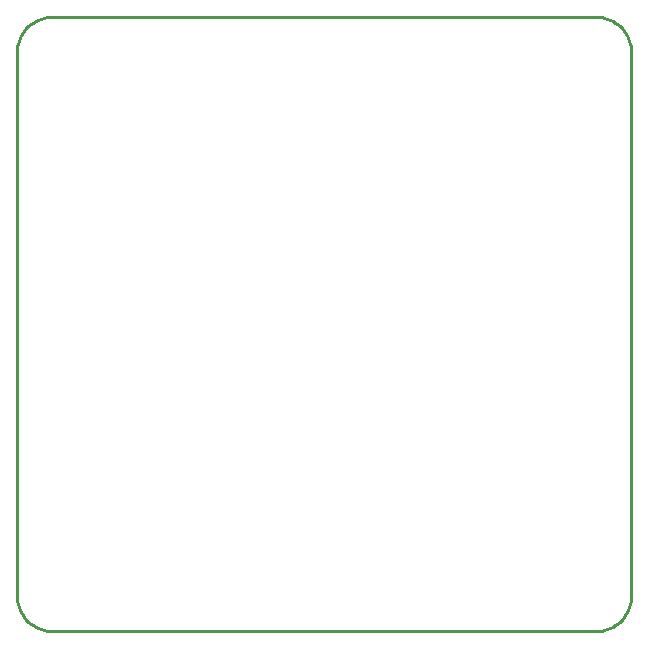
<source format=gm1>
G04*
G04 #@! TF.GenerationSoftware,Altium Limited,Altium Designer,22.11.1 (43)*
G04*
G04 Layer_Color=16711935*
%FSLAX25Y25*%
%MOIN*%
G70*
G04*
G04 #@! TF.SameCoordinates,3EAF4D91-0D8D-45E1-A7EC-BFDBC9DB4610*
G04*
G04*
G04 #@! TF.FilePolarity,Positive*
G04*
G01*
G75*
%ADD12C,0.01000*%
D12*
X190945Y1969D02*
X190904Y2944D01*
X190784Y3912D01*
X190584Y4868D01*
X190305Y5804D01*
X189950Y6713D01*
X189521Y7590D01*
X189022Y8428D01*
X188454Y9223D01*
X187823Y9968D01*
X187133Y10658D01*
X186388Y11289D01*
X185594Y11856D01*
X184755Y12356D01*
X183878Y12785D01*
X182969Y13140D01*
X182033Y13418D01*
X181078Y13618D01*
X180109Y13739D01*
X179134Y13780D01*
Y-190945D02*
X180109Y-190904D01*
X181078Y-190784D01*
X182033Y-190584D01*
X182969Y-190305D01*
X183878Y-189950D01*
X184755Y-189521D01*
X185594Y-189022D01*
X186388Y-188454D01*
X187133Y-187823D01*
X187823Y-187133D01*
X188454Y-186388D01*
X189022Y-185594D01*
X189521Y-184755D01*
X189950Y-183878D01*
X190305Y-182969D01*
X190584Y-182033D01*
X190784Y-181078D01*
X190904Y-180109D01*
X190945Y-179134D01*
X-1969Y13780D02*
X-2944Y13739D01*
X-3912Y13618D01*
X-4868Y13418D01*
X-5804Y13140D01*
X-6713Y12785D01*
X-7590Y12356D01*
X-8428Y11856D01*
X-9223Y11289D01*
X-9968Y10658D01*
X-10658Y9968D01*
X-11289Y9223D01*
X-11856Y8428D01*
X-12356Y7590D01*
X-12785Y6713D01*
X-13140Y5804D01*
X-13418Y4868D01*
X-13618Y3912D01*
X-13739Y2944D01*
X-13780Y1969D01*
Y-179134D02*
X-13739Y-180109D01*
X-13618Y-181078D01*
X-13418Y-182033D01*
X-13140Y-182969D01*
X-12785Y-183878D01*
X-12356Y-184755D01*
X-11856Y-185594D01*
X-11289Y-186388D01*
X-10658Y-187133D01*
X-9968Y-187823D01*
X-9223Y-188454D01*
X-8428Y-189022D01*
X-7590Y-189521D01*
X-6713Y-189950D01*
X-5804Y-190305D01*
X-4868Y-190584D01*
X-3912Y-190784D01*
X-2944Y-190904D01*
X-1969Y-190945D01*
X179134D01*
X-1969Y13780D02*
X179134D01*
X190945Y-179134D02*
Y1969D01*
X-13780Y-179134D02*
Y1969D01*
M02*

</source>
